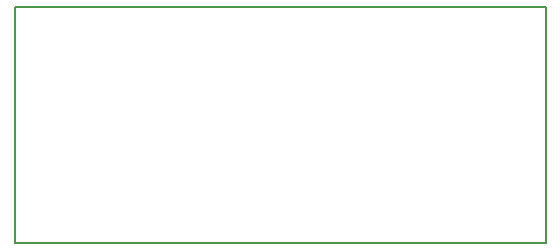
<source format=gbr>
G04 #@! TF.GenerationSoftware,KiCad,Pcbnew,(5.0.2)-1*
G04 #@! TF.CreationDate,2019-04-22T20:12:10-05:00*
G04 #@! TF.ProjectId,luz_audioritmica,6c757a5f-6175-4646-996f-7269746d6963,rev?*
G04 #@! TF.SameCoordinates,PX70bf868PY6c4a2b0*
G04 #@! TF.FileFunction,Profile,NP*
%FSLAX46Y46*%
G04 Gerber Fmt 4.6, Leading zero omitted, Abs format (unit mm)*
G04 Created by KiCad (PCBNEW (5.0.2)-1) date 4/22/2019 8:12:10 PM*
%MOMM*%
%LPD*%
G01*
G04 APERTURE LIST*
%ADD10C,0.200000*%
G04 APERTURE END LIST*
D10*
X45000000Y0D02*
X0Y0D01*
X0Y0D02*
X0Y20000000D01*
X45000000Y20000000D02*
X45000000Y0D01*
X0Y20000000D02*
X45000000Y20000000D01*
M02*

</source>
